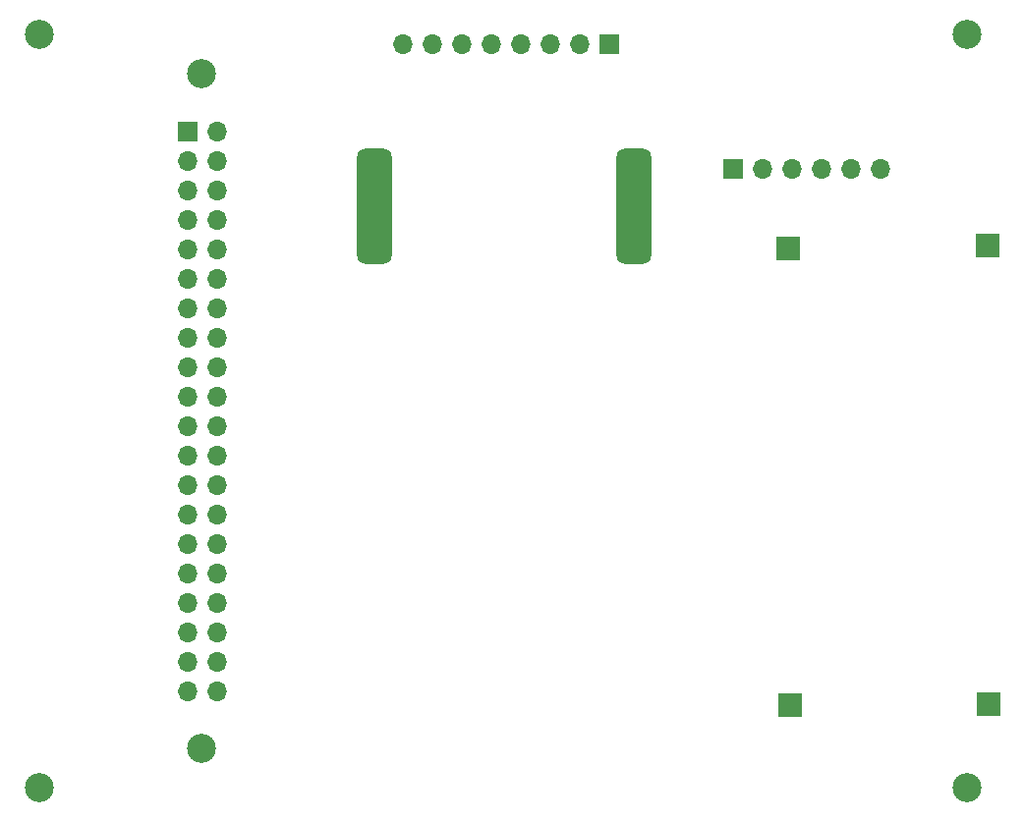
<source format=gbr>
%TF.GenerationSoftware,KiCad,Pcbnew,(6.0.4)*%
%TF.CreationDate,2022-10-08T17:17:15-04:00*%
%TF.ProjectId,CubeSat,43756265-5361-4742-9e6b-696361645f70,rev?*%
%TF.SameCoordinates,Original*%
%TF.FileFunction,Soldermask,Bot*%
%TF.FilePolarity,Negative*%
%FSLAX46Y46*%
G04 Gerber Fmt 4.6, Leading zero omitted, Abs format (unit mm)*
G04 Created by KiCad (PCBNEW (6.0.4)) date 2022-10-08 17:17:15*
%MOMM*%
%LPD*%
G01*
G04 APERTURE LIST*
G04 Aperture macros list*
%AMRoundRect*
0 Rectangle with rounded corners*
0 $1 Rounding radius*
0 $2 $3 $4 $5 $6 $7 $8 $9 X,Y pos of 4 corners*
0 Add a 4 corners polygon primitive as box body*
4,1,4,$2,$3,$4,$5,$6,$7,$8,$9,$2,$3,0*
0 Add four circle primitives for the rounded corners*
1,1,$1+$1,$2,$3*
1,1,$1+$1,$4,$5*
1,1,$1+$1,$6,$7*
1,1,$1+$1,$8,$9*
0 Add four rect primitives between the rounded corners*
20,1,$1+$1,$2,$3,$4,$5,0*
20,1,$1+$1,$4,$5,$6,$7,0*
20,1,$1+$1,$6,$7,$8,$9,0*
20,1,$1+$1,$8,$9,$2,$3,0*%
G04 Aperture macros list end*
%ADD10R,1.700000X1.700000*%
%ADD11O,1.700000X1.700000*%
%ADD12RoundRect,0.750000X-0.750000X-4.250000X0.750000X-4.250000X0.750000X4.250000X-0.750000X4.250000X0*%
%ADD13R,2.000000X2.000000*%
%ADD14C,2.500000*%
G04 APERTURE END LIST*
D10*
%TO.C,J4*%
X111800000Y-57390000D03*
D11*
X114340000Y-57390000D03*
X111800000Y-59930000D03*
X114340000Y-59930000D03*
X111800000Y-62470000D03*
X114340000Y-62470000D03*
X111800000Y-65010000D03*
X114340000Y-65010000D03*
X111800000Y-67550000D03*
X114340000Y-67550000D03*
X111800000Y-70090000D03*
X114340000Y-70090000D03*
X111800000Y-72630000D03*
X114340000Y-72630000D03*
X111800000Y-75170000D03*
X114340000Y-75170000D03*
X111800000Y-77710000D03*
X114340000Y-77710000D03*
X111800000Y-80250000D03*
X114340000Y-80250000D03*
X111800000Y-82790000D03*
X114340000Y-82790000D03*
X111800000Y-85330000D03*
X114340000Y-85330000D03*
X111800000Y-87870000D03*
X114340000Y-87870000D03*
X111800000Y-90410000D03*
X114340000Y-90410000D03*
X111800000Y-92950000D03*
X114340000Y-92950000D03*
X111800000Y-95490000D03*
X114340000Y-95490000D03*
X111800000Y-98030000D03*
X114340000Y-98030000D03*
X111800000Y-100570000D03*
X114340000Y-100570000D03*
X111800000Y-103110000D03*
X114340000Y-103110000D03*
X111800000Y-105650000D03*
X114340000Y-105650000D03*
%TD*%
D12*
%TO.C,J1*%
X150276000Y-63819000D03*
X127924000Y-63819000D03*
%TD*%
D10*
%TO.C,J2*%
X158800000Y-60600000D03*
D11*
X161340000Y-60600000D03*
X163880000Y-60600000D03*
X166420000Y-60600000D03*
X168960000Y-60600000D03*
X171500000Y-60600000D03*
%TD*%
D13*
%TO.C,U1*%
X163700000Y-106900000D03*
X180800000Y-106750000D03*
X163552000Y-67464000D03*
X180700000Y-67200000D03*
%TD*%
D14*
%TO.C,H2*%
X179000000Y-49000000D03*
%TD*%
%TO.C,H3*%
X99000000Y-114000000D03*
%TD*%
%TO.C,H5*%
X113000000Y-110600000D03*
%TD*%
D10*
%TO.C,J3*%
X148100000Y-49900000D03*
D11*
X145560000Y-49900000D03*
X143020000Y-49900000D03*
X140480000Y-49900000D03*
X137940000Y-49900000D03*
X135400000Y-49900000D03*
X132860000Y-49900000D03*
X130320000Y-49900000D03*
%TD*%
D14*
%TO.C,H1*%
X179000000Y-114000000D03*
%TD*%
%TO.C,H4*%
X99000000Y-49000000D03*
%TD*%
%TO.C,H6*%
X113000000Y-52400000D03*
%TD*%
M02*

</source>
